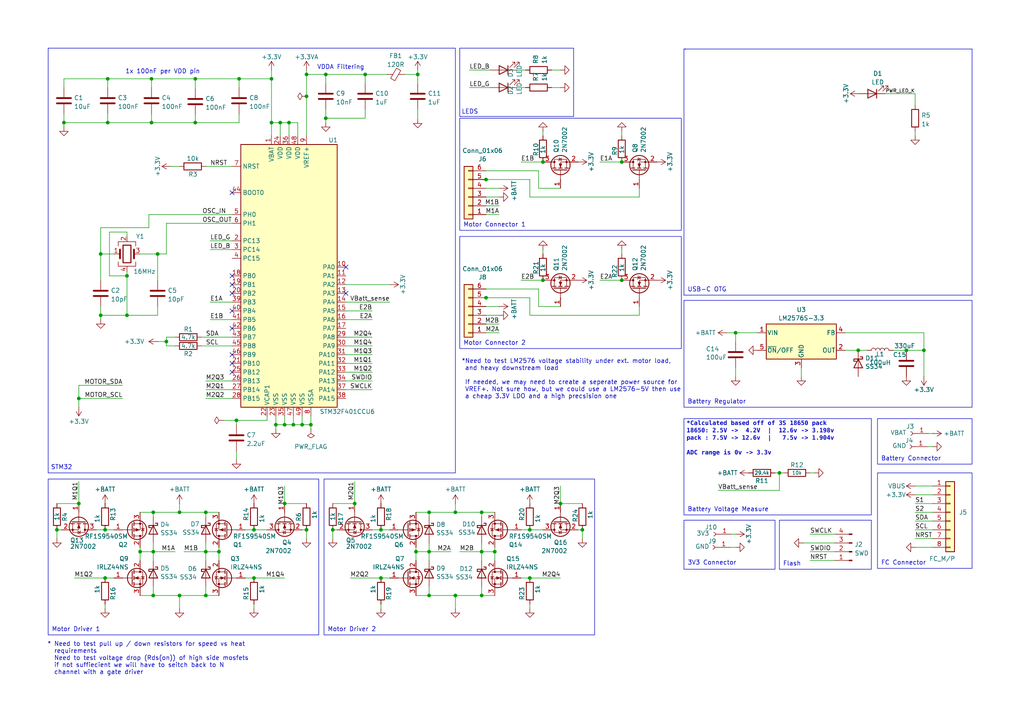
<source format=kicad_sch>
(kicad_sch (version 20231120) (generator "eeschema") (generator_version "8.0")
  (paper "A4")
  (junction (at 162.56 146.05))
  (junction (at 83.82 35.56))
  (junction (at 52.07 172.72))
  (junction (at 43.942 22.86))
  (junction (at 102.87 146.05))
  (junction (at 73.66 153.67))
  (junction (at 94.488 21.59))
  (junction (at 18.542 35.56))
  (junction (at 87.63 123.19))
  (junction (at 56.642 22.86))
  (junction (at 45.72 73.66))
  (junction (at 105.918 21.59))
  (junction (at 30.48 153.67))
  (junction (at 36.83 91.44))
  (junction (at 168.91 153.67))
  (junction (at 180.34 46.99))
  (junction (at 22.86 115.57))
  (junction (at 44.45 148.59))
  (junction (at 213.36 96.52))
  (junction (at 78.74 22.86))
  (junction (at 85.09 123.19))
  (junction (at 80.01 123.19))
  (junction (at 59.69 160.02))
  (junction (at 140.97 52.07))
  (junction (at 132.08 172.72))
  (junction (at 140.97 86.36))
  (junction (at 267.97 101.6))
  (junction (at 31.242 22.86))
  (junction (at 40.64 160.02))
  (junction (at 88.9 153.67))
  (junction (at 30.48 167.64))
  (junction (at 82.55 123.19))
  (junction (at 44.45 160.02))
  (junction (at 248.92 101.6))
  (junction (at 56.642 35.56))
  (junction (at 44.45 172.72))
  (junction (at 16.51 153.67))
  (junction (at 68.58 121.92))
  (junction (at 120.65 160.02))
  (junction (at 226.06 137.16))
  (junction (at 43.942 35.56))
  (junction (at 139.7 160.02))
  (junction (at 139.7 172.72))
  (junction (at 110.49 167.64))
  (junction (at 132.08 148.59))
  (junction (at 88.9 21.59))
  (junction (at 139.7 148.59))
  (junction (at 143.51 160.02))
  (junction (at 157.48 81.28))
  (junction (at 29.21 91.44))
  (junction (at 180.34 81.28))
  (junction (at 36.83 80.01))
  (junction (at 48.26 99.06))
  (junction (at 124.46 160.02))
  (junction (at 157.48 46.99))
  (junction (at 90.17 123.19))
  (junction (at 63.5 160.02))
  (junction (at 121.158 21.59))
  (junction (at 82.55 146.05))
  (junction (at 94.488 34.29))
  (junction (at 124.46 172.72))
  (junction (at 29.21 73.66))
  (junction (at 73.66 167.64))
  (junction (at 124.46 148.59))
  (junction (at 31.242 35.56))
  (junction (at 78.74 35.56))
  (junction (at 59.69 148.59))
  (junction (at 88.9 27.94))
  (junction (at 153.67 167.64))
  (junction (at 22.86 146.05))
  (junction (at 69.342 22.86))
  (junction (at 52.07 148.59))
  (junction (at 262.89 101.6))
  (junction (at 110.49 153.67))
  (junction (at 59.69 172.72))
  (junction (at 81.28 35.56))
  (junction (at 96.52 153.67))
  (junction (at 153.67 153.67))
  (no_connect (at 67.31 105.41))
  (no_connect (at 67.31 102.87))
  (no_connect (at 67.31 80.01))
  (no_connect (at 67.31 107.95))
  (no_connect (at 67.31 85.09))
  (no_connect (at 67.31 90.17))
  (no_connect (at 100.33 77.47))
  (no_connect (at 67.31 82.55))
  (no_connect (at 67.31 55.88))
  (no_connect (at 100.33 85.09))
  (no_connect (at 67.31 95.25))
  (polyline (pts (xy 133.604 33.782) (xy 166.37 33.782)))
  (wire (pts (xy 132.08 172.72) (xy 132.08 176.53)))
  (wire (pts (xy 52.07 172.72) (xy 52.07 176.53)))
  (wire (pts (xy 48.26 64.77) (xy 48.26 73.66)))
  (wire (pts (xy 157.48 153.67) (xy 153.67 153.67)))
  (wire (pts (xy 144.78 57.15) (xy 140.97 57.15)))
  (wire (pts (xy 143.51 160.02) (xy 143.51 162.56)))
  (wire (pts (xy 156.21 88.9) (xy 162.56 88.9)))
  (wire (pts (xy 69.342 22.86) (xy 78.74 22.86)))
  (wire (pts (xy 245.11 96.52) (xy 267.97 96.52)))
  (wire (pts (xy 265.43 27.178) (xy 265.43 30.48)))
  (wire (pts (xy 265.43 151.13) (xy 270.51 151.13)))
  (polyline (pts (xy 252.73 165.1) (xy 226.06 165.1)))
  (wire (pts (xy 151.13 81.28) (xy 157.48 81.28)))
  (wire (pts (xy 59.69 148.59) (xy 63.5 148.59)))
  (wire (pts (xy 267.97 96.52) (xy 267.97 101.6)))
  (wire (pts (xy 101.6 167.64) (xy 110.49 167.64)))
  (wire (pts (xy 59.69 113.03) (xy 67.31 113.03)))
  (wire (pts (xy 269.24 125.73) (xy 270.51 125.73)))
  (wire (pts (xy 268.986 129.54) (xy 270.51 129.54)))
  (wire (pts (xy 31.242 22.86) (xy 31.242 25.4)))
  (wire (pts (xy 265.43 140.97) (xy 270.51 140.97)))
  (wire (pts (xy 157.48 72.39) (xy 157.48 73.66)))
  (wire (pts (xy 267.97 101.6) (xy 267.97 109.22)))
  (wire (pts (xy 43.18 62.23) (xy 67.31 62.23)))
  (polyline (pts (xy 166.37 13.97) (xy 133.35 13.97)))
  (wire (pts (xy 113.03 87.63) (xy 100.33 87.63)))
  (wire (pts (xy 60.96 92.71) (xy 67.31 92.71)))
  (wire (pts (xy 121.158 21.59) (xy 121.158 24.13)))
  (wire (pts (xy 36.83 80.01) (xy 36.83 91.44)))
  (wire (pts (xy 78.74 22.86) (xy 78.74 35.56)))
  (wire (pts (xy 140.97 93.98) (xy 144.78 93.98)))
  (wire (pts (xy 29.21 88.9) (xy 29.21 91.44)))
  (wire (pts (xy 31.242 35.56) (xy 18.542 35.56)))
  (wire (pts (xy 44.45 172.72) (xy 52.07 172.72)))
  (wire (pts (xy 73.66 167.64) (xy 71.12 167.64)))
  (wire (pts (xy 18.542 35.56) (xy 18.542 36.83)))
  (wire (pts (xy 248.92 101.6) (xy 251.46 101.6)))
  (wire (pts (xy 40.64 160.02) (xy 40.64 162.56)))
  (wire (pts (xy 82.55 167.64) (xy 73.66 167.64)))
  (wire (pts (xy 144.78 54.61) (xy 140.97 54.61)))
  (wire (pts (xy 44.45 148.59) (xy 44.45 149.86)))
  (wire (pts (xy 185.42 91.44) (xy 185.42 88.9)))
  (wire (pts (xy 120.65 172.72) (xy 124.46 172.72)))
  (wire (pts (xy 139.7 52.07) (xy 140.97 52.07)))
  (wire (pts (xy 44.45 160.02) (xy 44.45 162.56)))
  (wire (pts (xy 236.22 137.16) (xy 234.95 137.16)))
  (wire (pts (xy 40.64 160.02) (xy 44.45 160.02)))
  (wire (pts (xy 120.65 160.02) (xy 120.65 162.56)))
  (wire (pts (xy 140.97 59.69) (xy 144.78 59.69)))
  (wire (pts (xy 48.26 100.33) (xy 50.8 100.33)))
  (polyline (pts (xy 133.35 33.782) (xy 133.604 33.782)))
  (wire (pts (xy 63.5 160.02) (xy 59.69 160.02)))
  (wire (pts (xy 59.69 110.49) (xy 67.31 110.49)))
  (wire (pts (xy 117.348 21.59) (xy 121.158 21.59)))
  (wire (pts (xy 157.48 38.1) (xy 157.48 39.37)))
  (wire (pts (xy 48.26 99.06) (xy 45.72 99.06)))
  (wire (pts (xy 132.08 172.72) (xy 139.7 172.72)))
  (wire (pts (xy 69.342 33.02) (xy 69.342 35.56)))
  (wire (pts (xy 36.83 67.31) (xy 31.75 67.31)))
  (wire (pts (xy 94.488 21.59) (xy 94.488 24.13)))
  (wire (pts (xy 143.51 158.75) (xy 143.51 160.02)))
  (wire (pts (xy 48.26 64.77) (xy 67.31 64.77)))
  (wire (pts (xy 22.86 115.57) (xy 22.86 118.11)))
  (wire (pts (xy 73.66 153.67) (xy 71.12 153.67)))
  (wire (pts (xy 31.242 33.02) (xy 31.242 35.56)))
  (wire (pts (xy 56.642 33.274) (xy 56.642 35.56)))
  (wire (pts (xy 265.43 156.21) (xy 270.51 156.21)))
  (wire (pts (xy 43.942 22.86) (xy 56.642 22.86)))
  (wire (pts (xy 173.99 81.28) (xy 180.34 81.28)))
  (wire (pts (xy 153.67 86.36) (xy 153.67 91.44)))
  (wire (pts (xy 80.01 123.19) (xy 80.01 124.46)))
  (wire (pts (xy 140.97 83.82) (xy 156.21 83.82)))
  (wire (pts (xy 110.49 176.53) (xy 110.49 175.26)))
  (wire (pts (xy 78.74 35.56) (xy 78.74 39.37)))
  (wire (pts (xy 36.83 68.58) (xy 36.83 67.31)))
  (wire (pts (xy 143.51 160.02) (xy 139.7 160.02)))
  (wire (pts (xy 43.18 62.23) (xy 43.18 66.04)))
  (wire (pts (xy 87.63 120.65) (xy 87.63 123.19)))
  (wire (pts (xy 48.26 97.79) (xy 50.8 97.79)))
  (wire (pts (xy 88.9 153.67) (xy 87.63 153.67)))
  (wire (pts (xy 226.06 137.16) (xy 227.33 137.16)))
  (polyline (pts (xy 133.35 13.97) (xy 133.35 33.782)))
  (wire (pts (xy 156.21 49.53) (xy 156.21 54.61)))
  (wire (pts (xy 81.28 35.56) (xy 78.74 35.56)))
  (wire (pts (xy 242.062 160.02) (xy 234.95 160.02)))
  (wire (pts (xy 100.33 100.33) (xy 107.95 100.33)))
  (wire (pts (xy 136.144 20.32) (xy 142.24 20.32)))
  (wire (pts (xy 105.918 24.13) (xy 105.918 21.59)))
  (wire (pts (xy 265.43 143.51) (xy 270.51 143.51)))
  (wire (pts (xy 85.09 123.19) (xy 82.55 123.19)))
  (wire (pts (xy 90.17 123.19) (xy 90.17 124.46)))
  (wire (pts (xy 45.72 91.44) (xy 36.83 91.44)))
  (wire (pts (xy 29.21 91.44) (xy 29.21 92.71)))
  (wire (pts (xy 87.63 123.19) (xy 85.09 123.19)))
  (wire (pts (xy 265.43 39.37) (xy 265.43 38.1)))
  (wire (pts (xy 242.062 154.94) (xy 234.95 154.94)))
  (wire (pts (xy 59.69 170.18) (xy 59.69 172.72)))
  (wire (pts (xy 63.5 158.75) (xy 63.5 160.02)))
  (wire (pts (xy 81.28 35.56) (xy 81.28 39.37)))
  (wire (pts (xy 105.918 31.75) (xy 105.918 34.29)))
  (wire (pts (xy 36.83 91.44) (xy 29.21 91.44)))
  (wire (pts (xy 124.46 148.59) (xy 124.46 149.86)))
  (wire (pts (xy 21.59 167.64) (xy 30.48 167.64)))
  (wire (pts (xy 22.86 115.57) (xy 35.56 115.57)))
  (wire (pts (xy 100.33 97.79) (xy 107.95 97.79)))
  (wire (pts (xy 185.42 57.15) (xy 185.42 54.61)))
  (wire (pts (xy 85.09 120.65) (xy 85.09 123.19)))
  (wire (pts (xy 29.21 73.66) (xy 33.02 73.66)))
  (wire (pts (xy 43.18 66.04) (xy 29.21 66.04)))
  (wire (pts (xy 59.69 115.57) (xy 67.31 115.57)))
  (wire (pts (xy 140.97 96.52) (xy 144.78 96.52)))
  (wire (pts (xy 139.7 148.59) (xy 143.51 148.59)))
  (polyline (pts (xy 166.37 33.782) (xy 166.37 13.97)))
  (wire (pts (xy 30.48 153.67) (xy 33.02 153.67)))
  (wire (pts (xy 149.86 20.32) (xy 152.4 20.32)))
  (wire (pts (xy 120.65 158.75) (xy 120.65 160.02)))
  (wire (pts (xy 40.64 172.72) (xy 44.45 172.72)))
  (wire (pts (xy 31.75 80.01) (xy 36.83 80.01)))
  (wire (pts (xy 100.33 110.49) (xy 107.95 110.49)))
  (wire (pts (xy 18.542 25.4) (xy 18.542 22.86)))
  (wire (pts (xy 153.67 52.07) (xy 153.67 57.15)))
  (wire (pts (xy 140.97 86.36) (xy 153.67 86.36)))
  (wire (pts (xy 86.36 35.56) (xy 83.82 35.56)))
  (wire (pts (xy 124.46 172.72) (xy 132.08 172.72)))
  (wire (pts (xy 59.69 157.48) (xy 59.69 160.02)))
  (wire (pts (xy 232.41 109.22) (xy 232.41 106.68)))
  (wire (pts (xy 88.9 21.59) (xy 88.9 27.94)))
  (wire (pts (xy 29.21 66.04) (xy 29.21 73.66)))
  (wire (pts (xy 213.36 96.52) (xy 219.71 96.52)))
  (wire (pts (xy 245.11 101.6) (xy 248.92 101.6)))
  (wire (pts (xy 59.69 48.26) (xy 67.31 48.26)))
  (wire (pts (xy 88.9 156.21) (xy 88.9 153.67)))
  (wire (pts (xy 96.52 146.05) (xy 102.87 146.05)))
  (wire (pts (xy 68.58 130.81) (xy 68.58 133.35)))
  (wire (pts (xy 52.07 148.59) (xy 59.69 148.59)))
  (wire (pts (xy 136.144 25.4) (xy 142.24 25.4)))
  (wire (pts (xy 60.96 87.63) (xy 67.31 87.63)))
  (wire (pts (xy 29.21 73.66) (xy 29.21 81.28)))
  (wire (pts (xy 52.07 172.72) (xy 59.69 172.72)))
  (wire (pts (xy 16.51 146.05) (xy 22.86 146.05)))
  (wire (pts (xy 40.64 73.66) (xy 45.72 73.66)))
  (wire (pts (xy 43.942 22.86) (xy 43.942 25.4)))
  (wire (pts (xy 139.7 160.02) (xy 139.7 162.56)))
  (wire (pts (xy 59.69 148.59) (xy 59.69 149.86)))
  (wire (pts (xy 153.67 176.53) (xy 153.67 175.26)))
  (wire (pts (xy 151.13 46.99) (xy 157.48 46.99)))
  (wire (pts (xy 180.34 38.1) (xy 180.34 39.37)))
  (wire (pts (xy 213.36 109.22) (xy 213.36 106.68)))
  (wire (pts (xy 60.96 72.39) (xy 67.31 72.39)))
  (wire (pts (xy 213.36 96.52) (xy 213.36 99.06)))
  (wire (pts (xy 124.46 160.02) (xy 130.81 160.02)))
  (wire (pts (xy 88.9 20.32) (xy 88.9 21.59)))
  (wire (pts (xy 44.45 160.02) (xy 50.8 160.02)))
  (wire (pts (xy 121.158 20.32) (xy 121.158 21.59)))
  (wire (pts (xy 144.78 88.9) (xy 140.97 88.9)))
  (wire (pts (xy 124.46 170.18) (xy 124.46 172.72)))
  (wire (pts (xy 52.07 146.05) (xy 52.07 148.59)))
  (wire (pts (xy 96.52 156.21) (xy 96.52 153.67)))
  (wire (pts (xy 160.02 20.32) (xy 162.56 20.32)))
  (wire (pts (xy 132.08 148.59) (xy 139.7 148.59)))
  (wire (pts (xy 30.48 167.64) (xy 33.02 167.64)))
  (wire (pts (xy 83.82 35.56) (xy 81.28 35.56)))
  (wire (pts (xy 68.58 123.19) (xy 68.58 121.92)))
  (wire (pts (xy 77.47 153.67) (xy 73.66 153.67)))
  (wire (pts (xy 259.08 101.6) (xy 262.89 101.6)))
  (wire (pts (xy 153.67 57.15) (xy 185.42 57.15)))
  (wire (pts (xy 94.488 34.29) (xy 94.488 35.56)))
  (wire (pts (xy 90.17 120.65) (xy 90.17 123.19)))
  (wire (pts (xy 86.36 39.37) (xy 86.36 35.56)))
  (wire (pts (xy 18.542 22.86) (xy 31.242 22.86)))
  (wire (pts (xy 96.52 153.67) (xy 97.79 153.67)))
  (wire (pts (xy 100.33 107.95) (xy 107.95 107.95)))
  (wire (pts (xy 210.82 96.52) (xy 213.36 96.52)))
  (wire (pts (xy 168.91 156.21) (xy 168.91 153.67)))
  (wire (pts (xy 43.942 33.02) (xy 43.942 35.56)))
  (wire (pts (xy 100.33 90.17) (xy 107.95 90.17)))
  (wire (pts (xy 168.91 153.67) (xy 167.64 153.67)))
  (wire (pts (xy 124.46 157.48) (xy 124.46 160.02)))
  (wire (pts (xy 22.86 111.76) (xy 22.86 115.57)))
  (wire (pts (xy 69.342 25.4) (xy 69.342 22.86)))
  (wire (pts (xy 88.9 146.05) (xy 82.55 146.05)))
  (wire (pts (xy 234.95 162.56) (xy 242.062 162.56)))
  (wire (pts (xy 69.342 35.56) (xy 56.642 35.56)))
  (wire (pts (xy 153.67 153.67) (xy 151.13 153.67)))
  (wire (pts (xy 16.51 156.21) (xy 16.51 153.67)))
  (wire (pts (xy 73.66 176.53) (xy 73.66 175.26)))
  (wire (pts (xy 265.43 146.05) (xy 270.51 146.05)))
  (wire (pts (xy 173.99 46.99) (xy 180.34 46.99)))
  (wire (pts (xy 31.75 67.31) (xy 31.75 80.01)))
  (wire (pts (xy 212.09 154.94) (xy 213.36 154.94)))
  (wire (pts (xy 82.55 123.19) (xy 80.01 123.19)))
  (wire (pts (xy 140.97 52.07) (xy 153.67 52.07)))
  (wire (pts (xy 59.69 172.72) (xy 63.5 172.72)))
  (wire (pts (xy 59.69 160.02) (xy 59.69 162.56)))
  (wire (pts (xy 100.33 102.87) (xy 107.95 102.87)))
  (wire (pts (xy 156.21 54.61) (xy 162.56 54.61)))
  (wire (pts (xy 100.33 105.41) (xy 107.95 105.41)))
  (wire (pts (xy 78.74 20.32) (xy 78.74 22.86)))
  (polyline (pts (xy 281.94 14.224) (xy 281.94 85.598)))
  (wire (pts (xy 44.45 157.48) (xy 44.45 160.02)))
  (polyline (pts (xy 198.628 14.224) (xy 281.94 14.224)))
  (wire (pts (xy 31.242 22.86) (xy 43.942 22.86)))
  (wire (pts (xy 94.488 31.75) (xy 94.488 34.29)))
  (wire (pts (xy 168.91 146.05) (xy 162.56 146.05)))
  (wire (pts (xy 153.67 167.64) (xy 151.13 167.64)))
  (wire (pts (xy 49.53 48.26) (xy 52.07 48.26)))
  (wire (pts (xy 224.79 137.16) (xy 226.06 137.16)))
  (wire (pts (xy 139.7 172.72) (xy 143.51 172.72)))
  (wire (pts (xy 48.26 73.66) (xy 45.72 73.66)))
  (wire (pts (xy 160.02 25.4) (xy 162.56 25.4)))
  (wire (pts (xy 265.43 158.75) (xy 270.51 158.75)))
  (wire (pts (xy 56.642 22.86) (xy 56.642 25.654)))
  (wire (pts (xy 110.49 153.67) (xy 113.03 153.67)))
  (wire (pts (xy 139.7 170.18) (xy 139.7 172.72)))
  (wire (pts (xy 83.82 35.56) (xy 83.82 39.37)))
  (wire (pts (xy 265.43 148.59) (xy 270.51 148.59)))
  (wire (pts (xy 139.7 148.59) (xy 139.7 149.86)))
  (wire (pts (xy 58.42 100.33) (xy 67.31 100.33)))
  (wire (pts (xy 64.77 121.92) (xy 68.58 121.92)))
  (wire (pts (xy 226.06 137.16) (xy 226.06 142.24)))
  (wire (pts (xy 156.21 83.82) (xy 156.21 88.9)))
  (wire (pts (xy 40.64 158.75) (xy 40.64 160.02)))
  (wire (pts (xy 56.642 22.86) (xy 69.342 22.86)))
  (wire (pts (xy 132.08 146.05) (xy 132.08 148.59)))
  (wire (pts (xy 44.45 148.59) (xy 52.07 148.59)))
  (wire (pts (xy 59.69 160.02) (xy 53.34 160.02)))
  (wire (pts (xy 45.72 73.66) (xy 45.72 81.28)))
  (wire (pts (xy 211.836 158.75) (xy 213.36 158.75)))
  (wire (pts (xy 140.97 62.23) (xy 144.78 62.23)))
  (wire (pts (xy 262.89 101.6) (xy 267.97 101.6)))
  (wire (pts (xy 100.33 113.03) (xy 107.95 113.03)))
  (wire (pts (xy 63.5 160.02) (xy 63.5 162.56)))
  (wire (pts (xy 58.42 97.79) (xy 67.31 97.79)))
  (wire (pts (xy 40.64 148.59) (xy 44.45 148.59)))
  (wire (pts (xy 102.87 139.7) (xy 102.87 146.05)))
  (wire (pts (xy 22.86 139.7) (xy 22.86 146.05)))
  (wire (pts (xy 139.7 86.36) (xy 140.97 86.36)))
  (wire (pts (xy 110.49 167.64) (xy 113.03 167.64)))
  (wire (pts (xy 48.26 99.06) (xy 48.26 100.33)))
  (polyline (pts (xy 226.06 150.876) (xy 252.73 150.876)))
  (wire (pts (xy 100.33 82.55) (xy 113.03 82.55)))
  (wire (pts (xy 100.33 92.71) (xy 107.95 92.71)))
  (wire (pts (xy 35.56 111.76) (xy 22.86 111.76)))
  (polyline (pts (xy 226.06 150.876) (xy 226.06 165.1)))
  (wire (pts (xy 18.542 33.02) (xy 18.542 35.56)))
  (wire (pts (xy 82.55 120.65) (xy 82.55 123.19)))
  (wire (pts (xy 139.7 160.02) (xy 133.35 160.02)))
  (wire (pts (xy 105.918 21.59) (xy 94.488 21.59)))
  (wire (pts (xy 94.488 34.29) (xy 105.918 34.29)))
  (wire (pts (xy 149.86 25.4) (xy 152.4 25.4)))
  (wire (pts (xy 256.794 27.178) (xy 265.43 27.178)))
  (polyline (pts (xy 198.374 85.598) (xy 198.374 14.224)))
  (wire (pts (xy 60.96 69.85) (xy 67.31 69.85)))
  (wire (pts (xy 120.65 148.59) (xy 124.46 148.59)))
  (wire (pts (xy 139.7 157.48) (xy 139.7 160.02)))
  (wire (pts (xy 90.17 123.19) (xy 87.63 123.19)))
  (wire (pts (xy 153.67 91.44) (xy 185.42 91.44)))
  (wire (pts (xy 121.158 31.75) (xy 121.158 34.544)))
  (wire (pts (xy 124.46 148.59) (xy 132.08 148.59)))
  (polyline (pts (xy 198.374 14.224) (xy 198.882 14.224)))
  (wire (pts (xy 94.488 21.59) (xy 88.9 21.59)))
  (wire (pts (xy 80.01 120.65) (xy 80.01 123.19)))
  (wire (pts (xy 45.72 88.9) (xy 45.72 91.44)))
  (wire (pts (xy 162.56 140.97) (xy 162.56 146.05)))
  (wire (pts (xy 44.45 170.18) (xy 44.45 172.72)))
  (wire (pts (xy 68.58 121.92) (xy 77.47 121.92)))
  (wire (pts (xy 208.28 142.24) (xy 226.06 142.24)))
  (wire (pts (xy 105.918 21.59) (xy 112.268 21.59)))
  (wire (pts (xy 124.46 160.02) (xy 124.46 162.56)))
  (wire (pts (xy 140.97 49.53) (xy 156.21 49.53)))
  (wire (pts (xy 232.918 157.48) (xy 242.062 157.48)))
  (wire (pts (xy 144.78 91.44) (xy 140.97 91.44)))
  (wire (pts (xy 36.83 80.01) (xy 36.83 78.74)))
  (polyline (pts (xy 252.73 150.876) (xy 252.73 165.1)))
  (wire (pts (xy 48.26 97.79) (xy 48.26 99.06)))
  (wire (pts (xy 82.55 140.97) (xy 82.55 146.05)))
  (wire (pts (xy 77.47 121.92) (xy 77.47 120.65)))
  (wire (pts (xy 30.48 176.53) (xy 30.48 175.26)))
  (wire (pts (xy 162.56 167.64) (xy 153.67 167.64)))
  (wire (pts (xy 56.642 35.56) (xy 43.942 35.56)))
  (wire (pts (xy 88.9 27.94) (xy 88.9 39.37)))
  (wire (pts (xy 180.34 72.39) (xy 180.34 73.66)))
  (wire (pts (xy 27.94 153.67) (xy 30.48 153.67)))
  (wire (pts (xy 120.65 160.02) (xy 124.46 160.02)))
  (wire (pts (xy 107.95 153.67) (xy 110.49 153.67)))
  (polyline (pts (xy 281.94 85.598) (xy 198.374 85.598)))
  (wire (pts (xy 43.942 35.56) (xy 31.242 35.56)))
  (wire (pts (xy 16.51 153.67) (xy 17.78 153.67)))
  (wire (pts (xy 265.43 153.67) (xy 270.51 153.67)))
  (rectangle (start 133.35 68.58) (end 197.612 101.092))
  (rectangle (start 254.508 121.412) (end 281.94 134.62))
  (rectangle (start 198.374 87.122) (end 281.94 118.11))
  (rectangle (start 198.374 150.876) (end 224.79 165.1))
  (rectangle (start 13.97 138.938) (end 92.456 184.15))
  (rectangle (start 198.374 121.412) (end 252.73 149.352))
  (rectangle (start 93.98 138.938) (end 172.466 184.15))
  (rectangle (start 254.508 137.16) (end 281.94 164.846))
  (rectangle (start 133.35 34.29) (end 197.612 66.802))
  (rectangle (start 13.97 13.97) (end 132.08 137.16))
  (text "Battery Regulator" (at 199.39 117.348 0) (effects (font (size 1.27 1.27)) (justify left bottom)))
  (text "Motor Driver 1" (at 14.986 183.388 0) (effects (font (size 1.27 1.27)) (justify left bottom)))
  (text "Motor Connector 1" (at 134.366 66.04 0) (effects (font (size 1.27 1.27)) (justify left bottom)))
  (text "* Need to test pull up / down resistors for speed vs heat\n  requirements\n  Need to test voltage drop (Rds(on)) of high side mosfets\n  if not suffiecient we will have to seitch back to N\n  channel with a gate driver" (at 13.716 195.834 0) (effects (font (size 1.27 1.27)) (justify left bottom)))
  (text "*Calculated based off of 3S 18650 pack\n18650: 2.5V ->  4.2V  |  12.6v -> 3.198v\npack : 7.5V -> 12.6v  |   7.5v -> 1.904v\n\nADC range is 0v -> 3.3v" (at 199.136 132.588 0) (effects (font (size 1.27 1.27) (thickness 0.254) (bold yes)) (justify left bottom)))
  (text "Motor Connector 2" (at 134.366 100.33 0) (effects (font (size 1.27 1.27)) (justify left bottom)))
  (text "Motor Driver 2" (at 94.996 183.388 0) (effects (font (size 1.27 1.27)) (justify left bottom)))
  (text "*Need to test LM2576 voltage stability under ext. motor load,\n and heavy downstream load\n \n If needed, we may need to create a seperate power source for\n VREF+. Not sure how, but we could use a LM2576-5V then use\n a cheap 3.3V LDO and a high precsision one" (at 133.858 115.824 0) (effects (font (size 1.27 1.27)) (justify left bottom)))
  (text "Battery Connector" (at 255.524 133.858 0) (effects (font (size 1.27 1.27)) (justify left bottom)))
  (text "Battery Voltage Measure" (at 199.39 148.59 0) (effects (font (size 1.27 1.27)) (justify left bottom)))
  (text "VDDA Filtering" (at 91.948 20.32 0) (effects (font (size 1.27 1.27)) (justify left bottom)))
  (text "Flash" (at 227.076 164.338 0) (effects (font (size 1.27 1.27)) (justify left bottom)))
  (text "1x 100nF per VDD pin" (at 36.322 21.59 0) (effects (font (size 1.27 1.27)) (justify left bottom)))
  (text "FC Connector" (at 255.524 164.084 0) (effects (font (size 1.27 1.27)) (justify left bottom)))
  (text "3V3 Connector" (at 199.39 164.084 0) (effects (font (size 1.27 1.27)) (justify left bottom)))
  (text "LEDS" (at 133.858 33.274 0) (effects (font (size 1.27 1.27)) (justify left bottom)))
  (text "USB-C OTG" (at 199.39 84.836 0) (effects (font (size 1.27 1.27)) (justify left bottom)))
  (text "STM32" (at 14.732 136.398 0) (effects (font (size 1.27 1.27)) (justify left bottom)))
  (label "M2Q3" (at 162.56 140.97 270))
  (label "M1Q4" (at 82.55 167.64 180))
  (label "VBatt_sense" (at 208.28 142.24 0))
  (label "M2Q2" (at 101.6 167.64 0))
  (label "SWDIO" (at 234.95 160.02 0))
  (label "M1Q4" (at 107.95 100.33 180))
  (label "M2Q1" (at 102.87 139.7 270))
  (label "M2A" (at 144.78 96.52 180))
  (label "M1B" (at 53.34 160.02 0))
  (label "SWDIO" (at 107.95 110.49 180))
  (label "E2B" (at 107.95 90.17 180))
  (label "M2Q4" (at 107.95 97.79 180))
  (label "M1Q3" (at 82.55 140.97 270))
  (label "LED_G" (at 136.144 25.4 0))
  (label "LED_B" (at 60.96 72.39 0))
  (label "E2B" (at 151.13 81.28 0))
  (label "OSC_OUT" (at 58.674 64.77 0))
  (label "S2" (at 265.43 148.59 0))
  (label "M1A" (at 144.78 62.23 180))
  (label "M2Q3" (at 59.69 110.49 0))
  (label "PWR_LED_K" (at 256.794 27.178 0) (effects (font (size 1 1))))
  (label "VBatt_sense" (at 113.03 87.63 180))
  (label "NRST" (at 234.95 162.56 0))
  (label "M2Q1" (at 59.69 113.03 0))
  (label "S1" (at 265.43 146.05 0))
  (label "MOTOR_SDA" (at 35.56 111.76 180))
  (label "SWCLK" (at 107.95 113.03 180))
  (label "M2Q4" (at 162.56 167.64 180))
  (label "M2B" (at 133.35 160.02 0))
  (label "E1B" (at 151.13 46.99 0))
  (label "M1A" (at 50.8 160.02 180))
  (label "M2A" (at 130.81 160.02 180))
  (label "M1Q2" (at 107.95 107.95 180))
  (label "M1Q1" (at 22.86 139.7 270))
  (label "E2A" (at 173.99 81.28 0))
  (label "E1B" (at 60.96 92.71 0))
  (label "LED_B" (at 136.144 20.32 0))
  (label "SCL" (at 59.69 100.33 0))
  (label "M2Q2" (at 59.69 115.57 0))
  (label "M1B" (at 144.78 59.69 180))
  (label "M1Q3" (at 107.95 102.87 180))
  (label "SCL" (at 265.43 153.67 0))
  (label "NRST" (at 265.43 156.21 0))
  (label "OSC_IN" (at 58.674 62.23 0))
  (label "M1Q1" (at 107.95 105.41 180))
  (label "E1A" (at 60.96 87.63 0))
  (label "LED_G" (at 60.96 69.85 0))
  (label "M2B" (at 144.78 93.98 180))
  (label "E1A" (at 173.99 46.99 0))
  (label "SDA" (at 59.69 97.79 0))
  (label "M1Q2" (at 21.59 167.64 0))
  (label "SDA" (at 265.43 151.13 0))
  (label "MOTOR_SCL" (at 35.56 115.57 180))
  (label "E2A" (at 107.95 92.71 180))
  (label "SWCLK" (at 234.95 154.94 0))
  (label "NRST" (at 60.96 48.26 0))
  (symbol (lib_id "Diode:SS34") (at 124.46 153.67 270) (unit 1)
    (property "Reference" "D8" (at 126.492 152.1403 90) (effects (justify left)))
    (property "Value" "SS34" (at 126.492 154.5646 90) (effects (justify left)))
    (property "Footprint" "Diode_SMD:D_SMA" (effects (hide yes)))
    (property "Datasheet" "https://www.vishay.com/docs/88751/ss32.pdf" (effects (hide yes)))
    (property "Description" "40V 3A Schottky Diode, SMA" (effects (hide yes)))
  )
  (symbol (lib_id "Connector_Generic:Conn_01x08") (at 275.59 148.59 0) (unit 1)
    (property "Reference" "J5" (at 278.13 148.5899 0) (effects (justify left)))
    (property "Value" "FC_M/P" (at 269.494 162.052 0) (effects (justify left)))
    (property "Footprint" "Connector_FFC-FPC:Molex_200528-0080_1x08-1MP_P1.00mm_Horizontal" (effects (hide yes)))
    (property "Description" "Generic connector, single row, 01x08, script generated (kicad-library-utils/schlib/autogen/connector/)" (effects (hide yes)))
  )
  (symbol (lib_id "power:GND") (at 88.9 156.21 0) (unit 1)
    (property "Reference" "#PWR016" (effects (hide yes)))
    (property "Value" "GND" (effects (hide yes)))
  )
  (symbol (lib_id "Device:R") (at 265.43 34.29 0) (unit 1)
    (property "Reference" "R5" (at 267.208 33.4553 0) (effects (justify left)))
    (property "Value" "1k" (at 267.208 35.9922 0) (effects (justify left)))
    (property "Footprint" "Resistor_SMD:R_0402_1005Metric" (effects (hide yes)))
    (property "LCSC Part" "C11702" (effects (hide yes)))
  )
  (symbol (lib_id "power:GND") (at 162.56 20.32 90) (unit 1)
    (property "Reference" "#PWR025" (effects (hide yes)))
    (property "Value" "GND" (effects (hide yes)))
  )
  (symbol (lib_id "Device:C") (at 31.242 29.21 0) (unit 1)
    (property "Reference" "C3" (at 34.163 28.3753 0) (effects (justify left)))
    (property "Value" "100nF" (at 34.163 30.9122 0) (effects (justify left)))
    (property "Footprint" "Capacitor_SMD:C_0402_1005Metric" (effects (hide yes)))
    (property "LCSC Part" "C307331" (effects (hide yes)))
  )
  (symbol (lib_id "power:+3.3V") (at 190.5 81.28 270) (mirror x) (unit 1)
    (property "Reference" "#PWR062" (effects (hide yes)))
    (property "Value" "+3.3V" (at 194.31 81.28 0))
  )
  (symbol (lib_id "Device:LED") (at 252.984 27.178 180) (unit 1)
    (property "Reference" "D1" (at 254.5715 21.3192 0))
    (property "Value" "LED" (at 254.5715 23.8561 0))
    (property "Footprint" "LED_SMD:LED_0603_1608Metric" (effects (hide yes)))
    (property "LCSC Part" "C273598" (effects (hide yes)))
  )
  (symbol (lib_id "power:+3.3V") (at 213.36 154.94 270) (mirror x) (unit 1)
    (property "Reference" "#PWR063" (effects (hide yes)))
    (property "Value" "+3.3V" (at 217.17 154.94 0))
  )
  (symbol (lib_id "power:+BATT") (at 52.07 146.05 0) (unit 1)
    (property "Reference" "#PWR040" (effects (hide yes)))
    (property "Value" "+BATT" (at 52.07 141.9169 0))
    (property "Description" "Power symbol creates a global label with name \"+BATT\"" (effects (hide yes)))
  )
  (symbol (lib_id "power:GND") (at 94.488 35.56 0) (unit 1)
    (property "Reference" "#PWR010" (effects (hide yes)))
    (property "Value" "GND" (effects (hide yes)))
  )
  (symbol (lib_id "power:GND") (at 29.21 92.71 0) (unit 1)
    (property "Reference" "#PWR03" (effects (hide yes)))
    (property "Value" "GND" (effects (hide yes)))
  )
  (symbol (lib_id "Device:C") (at 262.89 105.41 0) (mirror x) (unit 1)
    (property "Reference" "C15" (at 262.89 102.87 0) (effects (justify right)))
    (property "Value" "330uF" (at 259.334 100.33 0) (effects (justify left)))
    (property "Footprint" "Capacitor_SMD:C_0402_1005Metric" (effects (hide yes)))
    (property "LCSC Part" "C19702" (effects (hide yes)))
  )
  (symbol (lib_id "Device:R") (at 30.48 149.86 180) (unit 1)
    (property "Reference" "R13" (at 32.766 151.13 90) (effects (justify right)))
    (property "Value" "1k" (at 28.194 151.638 90) (effects (justify right)))
    (property "Footprint" "Resistor_SMD:R_0402_1005Metric" (effects (hide yes)))
    (property "LCSC Part" "C60490" (effects (hide yes)))
  )
  (symbol (lib_id "power:+BATT") (at 217.17 137.16 90) (unit 1)
    (property "Reference" "#PWR037" (effects (hide yes)))
    (property "Value" "+BATT" (at 213.995 137.16 90) (effects (justify left)))
    (property "Description" "Power symbol creates a global label with name \"+BATT\"" (effects (hide yes)))
  )
  (symbol (lib_id "power:GND") (at 96.52 156.21 0) (mirror y) (unit 1)
    (property "Reference" "#PWR017" (effects (hide yes)))
    (property "Value" "GND" (effects (hide yes)))
  )
  (symbol (lib_id "Connector:Conn_01x04_Male") (at 247.142 160.02 180) (unit 1)
    (property "Reference" "J2" (at 247.8532 157.9153 0) (effects (justify right)))
    (property "Value" "SWD" (at 247.8532 160.4522 0) (effects (justify right)))
    (property "Footprint" "Connector_PinHeader_2.54mm:PinHeader_1x04_P2.54mm_Vertical" (effects (hide yes)))
  )
  (symbol (lib_id "power:GND") (at 236.22 137.16 90) (unit 1)
    (property "Reference" "#PWR038" (effects (hide yes)))
    (property "Value" "GND" (effects (hide yes)))
  )
  (symbol (lib_id "power:+BATT") (at 110.49 146.05 0) (unit 1)
    (property "Reference" "#PWR018" (effects (hide yes)))
    (property "Value" "+BATT" (at 110.49 141.9169 0))
    (property "Description" "Power symbol creates a global label with name \"+BATT\"" (effects (hide yes)))
  )
  (symbol (lib_id "Device:R") (at 156.21 20.32 90) (unit 1)
    (property "Reference" "R8" (at 155.3753 18.542 0) (effects (justify left)))
    (property "Value" "1k" (at 157.9122 18.542 0) (effects (justify left)))
    (property "Footprint" "Resistor_SMD:R_0402_1005Metric" (effects (hide yes)))
    (property "LCSC Part" "C11702" (effects (hide yes)))
  )
  (symbol (lib_id "power:+BATT") (at 144.78 54.61 270) (mirror x) (unit 1)
    (property "Reference" "#PWR053" (effects (hide yes)))
    (property "Value" "+BATT" (at 149.098 55.372 0))
    (property "Description" "Power symbol creates a global label with name \"+BATT\"" (effects (hide yes)))
  )
  (symbol (lib_id "power:GND") (at 232.918 157.48 270) (unit 1)
    (property "Reference" "#PWR021" (effects (hide yes)))
    (property "Value" "GND" (effects (hide yes)))
  )
  (symbol (lib_id "Diode:SS34") (at 59.69 166.37 270) (unit 1)
    (property "Reference" "D6" (at 57.15 164.9617 90) (effects (justify right)))
    (property "Value" "SS34" (at 57.15 167.386 90) (effects (justify right)))
    (property "Footprint" "Diode_SMD:D_SMA" (effects (hide yes)))
    (property "Datasheet" "https://www.vishay.com/docs/88751/ss32.pdf" (effects (hide yes)))
    (property "Description" "40V 3A Schottky Diode, SMA" (effects (hide yes)))
  )
  (symbol (lib_id "Transistor_FET:IRLZ44N") (at 146.05 167.64 0) (mirror y) (unit 1)
    (property "Reference" "Q15" (at 146.812 162.052 0) (effects (justify right)))
    (property "Value" "IRLZ44NS" (at 146.812 164.4763 0) (effects (justify right)))
    (property "Footprint" "Package_TO_SOT_SMD:TO-263-2" (effects (hide yes)))
    (property "Datasheet" "http://www.irf.com/product-info/datasheets/data/irlz44n.pdf" (effects (hide yes)))
    (property "Description" "47A Id, 55V Vds, 22mOhm Rds Single N-Channel HEXFET Power MOSFET, TO-220AB" (effects (hide yes)))
  )
  (symbol (lib_id "Diode:SS34") (at 44.45 153.67 270) (unit 1)
    (property "Reference" "D4" (at 46.482 152.1403 90) (effects (justify left)))
    (property "Value" "SS34" (at 46.482 154.5646 90) (effects (justify left)))
    (property "Footprint" "Diode_SMD:D_SMA" (effects (hide yes)))
    (property "Datasheet" "https://www.vishay.com/docs/88751/ss32.pdf" (effects (hide yes)))
    (property "Description" "40V 3A Schottky Diode, SMA" (effects (hide yes)))
  )
  (symbol (lib_id "power:VBUS") (at 265.43 140.97 90) (unit 1)
    (property "Reference" "#PWR026" (effects (hide yes)))
    (property "Value" "VBUS" (at 260.096 140.97 90))
  )
  (symbol (lib_id "Connector:Conn_01x01_Female") (at 207.01 154.94 0) (mirror y) (unit 1)
    (property "Reference" "J10" (at 208.026 152.908 0) (effects (justify left)))
    (property "Value" "3V3" (at 205.74 154.686 0) (effects (justify left)))
    (property "Footprint" "TestPoint:TestPoint_THTPad_4.0x4.0mm_Drill2.0mm" (effects (hide yes)))
  )
  (symbol (lib_id "power:+BATT") (at 153.67 146.05 0) (mirror y) (unit 1)
    (property "Reference" "#PWR046" (effects (hide yes)))
    (property "Value" "+BATT" (at 153.67 141.9169 0))
    (property "Description" "Power symbol creates a global label with name \"+BATT\"" (effects (hide yes)))
  )
  (symbol (lib_id "power:+3.3V") (at 49.53 48.26 90) (unit 1)
    (property "Reference" "#PWR05" (effects (hide yes)))
    (property "Value" "+3.3V" (at 45.72 48.26 0))
  )
  (symbol (lib_id "Device:R") (at 153.67 149.86 0) (mirror x) (unit 1)
    (property "Reference" "R20" (at 151.384 151.13 90) (effects (justify right)))
    (property "Value" "1k" (at 155.956 151.638 90) (effects (justify right)))
    (property "Footprint" "Resistor_SMD:R_0402_1005Metric" (effects (hide yes)))
    (property "LCSC Part" "C60490" (effects (hide yes)))
  )
  (symbol (lib_id "Transistor_FET:2N7002") (at 162.56 83.82 90) (unit 1)
    (property "Reference" "Q11" (at 161.3478 78.613 0) (effects (justify left)))
    (property "Value" "2N7002" (at 163.7721 78.613 0) (effects (justify left)))
    (property "Footprint" "Package_TO_SOT_SMD:SOT-23" (effects (hide yes)))
    (property "Datasheet" "https://www.onsemi.com/pub/Collateral/NDS7002A-D.PDF" (effects (hide yes)))
    (property "Description" "0.115A Id, 60V Vds, N-Channel MOSFET, SOT-23" (effects (hide yes)))
  )
  (symbol (lib_id "Diode:SS34") (at 124.46 166.37 270) (unit 1)
    (property "Reference" "D9" (at 126.492 164.8403 90) (effects (justify left)))
    (property "Value" "SS34" (at 126.492 167.2646 90) (effects (justify left)))
    (property "Footprint" "Diode_SMD:D_SMA" (effects (hide yes)))
    (property "Datasheet" "https://www.vishay.com/docs/88751/ss32.pdf" (effects (hide yes)))
    (property "Description" "40V 3A Schottky Diode, SMA" (effects (hide yes)))
  )
  (symbol (lib_id "power:GND") (at 144.78 91.44 90) (unit 1)
    (property "Reference" "#PWR058" (effects (hide yes)))
    (property "Value" "GND" (effects (hide yes)))
  )
  (symbol (lib_id "power:+3.3V") (at 78.74 20.32 0) (unit 1)
    (property "Reference" "#PWR07" (effects (hide yes)))
    (property "Value" "+3.3V" (at 78.74 16.51 0))
  )
  (symbol (lib_id "Device:C") (at 18.542 29.21 0) (unit 1)
    (property "Reference" "C1" (at 21.463 28.3753 0) (effects (justify left)))
    (property "Value" "10uF" (at 21.463 30.9122 0) (effects (justify left)))
    (property "Footprint" "Capacitor_SMD:C_0402_1005Metric" (effects (hide yes)))
    (property "LCSC Part" "C19702" (effects (hide yes)))
  )
  (symbol (lib_id "Transistor_FET:2N7002") (at 162.56 49.53 90) (unit 1)
    (property "Reference" "Q10" (at 161.3478 44.323 0) (effects (justify left)))
    (property "Value" "2N7002" (at 163.7721 44.323 0) (effects (justify left)))
    (property "Footprint" "Package_TO_SOT_SMD:SOT-23" (effects (hide yes)))
    (property "Datasheet" "https://www.onsemi.com/pub/Collateral/NDS7002A-D.PDF" (effects (hide yes)))
    (property "Description" "0.115A Id, 60V Vds, N-Channel MOSFET, SOT-23" (effects (hide yes)))
  )
  (symbol (lib_id "power:GND") (at 144.78 57.15 90) (unit 1)
    (property "Reference" "#PWR052" (effects (hide yes)))
    (property "Value" "GND" (effects (hide yes)))
  )
  (symbol (lib_id "Device:C") (at 56.642 29.464 0) (unit 1)
    (property "Reference" "C6" (at 59.563 28.6293 0) (effects (justify left)))
    (property "Value" "100nF" (at 59.563 31.1662 0) (effects (justify left)))
    (property "Footprint" "Capacitor_SMD:C_0402_1005Metric" (effects (hide yes)))
    (property "LCSC Part" "C307331" (effects (hide yes)))
  )
  (symbol (lib_id "Transistor_FET:2N7002") (at 185.42 49.53 90) (unit 1)
    (property "Reference" "Q8" (at 184.2078 44.323 0) (effects (justify left)))
    (property "Value" "2N7002" (at 186.6321 44.323 0) (effects (justify left)))
    (property "Footprint" "Package_TO_SOT_SMD:SOT-23" (effects (hide yes)))
    (property "Datasheet" "https://www.onsemi.com/pub/Collateral/NDS7002A-D.PDF" (effects (hide yes)))
    (property "Description" "0.115A Id, 60V Vds, N-Channel MOSFET, SOT-23" (effects (hide yes)))
  )
  (symbol (lib_id "power:GND") (at 30.48 176.53 0) (mirror y) (unit 1)
    (property "Reference" "#PWR045" (effects (hide yes)))
    (property "Value" "GND" (effects (hide yes)))
  )
  (symbol (lib_id "Diode:SS34") (at 139.7 153.67 270) (unit 1)
    (property "Reference" "D10" (at 137.922 152.0077 90) (effects (justify right)))
    (property "Value" "SS34" (at 137.922 154.432 90) (effects (justify right)))
    (property "Footprint" "Diode_SMD:D_SMA" (effects (hide yes)))
    (property "Datasheet" "https://www.vishay.com/docs/88751/ss32.pdf" (effects (hide yes)))
    (property "Description" "40V 3A Schottky Diode, SMA" (effects (hide yes)))
  )
  (symbol (lib_id "power:GND") (at 162.56 25.4 90) (unit 1)
    (property "Reference" "#PWR024" (effects (hide yes)))
    (property "Value" "GND" (effects (hide yes)))
  )
  (symbol (lib_id "power:GND") (at 157.48 72.39 180) (unit 1)
    (property "Reference" "#PWR059" (effects (hide yes)))
    (property "Value" "GND" (effects (hide yes)))
  )
  (symbol (lib_id "Device:R") (at 157.48 43.18 0) (unit 1)
    (property "Reference" "R10" (at 155.448 41.402 90) (effects (justify right)))
    (property "Value" "1k" (at 157.48 42.164 90) (effects (justify right)))
    (property "Footprint" "Resistor_SMD:R_0402_1005Metric" (effects (hide yes)))
    (property "LCSC Part" "C11702" (effects (hide yes)))
  )
  (symbol (lib_id "Device:R") (at 30.48 171.45 0) (mirror y) (unit 1)
    (property "Reference" "R16" (at 32.766 170.18 90) (effects (justify right)))
    (property "Value" "1k" (at 28.194 169.672 90) (effects (justify right)))
    (property "Footprint" "Resistor_SMD:R_0402_1005Metric" (effects (hide yes)))
    (property "LCSC Part" "C60490" (effects (hide yes)))
  )
  (symbol (lib_id "Transistor_FET:IRLZ44N") (at 118.11 167.64 0) (unit 1)
    (property "Reference" "Q7" (at 117.348 162.052 0) (effects (justify right)))
    (property "Value" "IRLZ44NS" (at 117.348 164.4763 0) (effects (justify right)))
    (property "Footprint" "Package_TO_SOT_SMD:TO-263-2" (effects (hide yes)))
    (property "Datasheet" "http://www.irf.com/product-info/datasheets/data/irlz44n.pdf" (effects (hide yes)))
    (property "Description" "47A Id, 55V Vds, 22mOhm Rds Single N-Channel HEXFET Power MOSFET, TO-220AB" (effects (hide yes)))
  )
  (symbol (lib_id "Device:C") (at 45.72 85.09 0) (unit 1)
    (property "Reference" "C5" (at 48.641 84.2553 0) (effects (justify left)))
    (property "Value" "10pF" (at 48.641 86.7922 0) (effects (justify left)))
    (property "Footprint" "Capacitor_SMD:C_0402_1005Metric" (effects (hide yes)))
    (property "LCSC Part" "C32949" (effects (hide yes)))
  )
  (symbol (lib_id "power:+3.3V") (at 267.97 109.22 0) (mirror x) (unit 1)
    (property "Reference" "#PWR035" (effects (hide yes)))
    (property "Value" "+3.3V" (at 267.97 113.03 0))
  )
  (symbol (lib_id "Diode:SS34") (at 44.45 166.37 270) (unit 1)
    (property "Reference" "D5" (at 46.482 164.8403 90) (effects (justify left)))
    (property "Value" "SS34" (at 46.482 167.2646 90) (effects (justify left)))
    (property "Footprint" "Diode_SMD:D_SMA" (effects (hide yes)))
    (property "Datasheet" "https://www.vishay.com/docs/88751/ss32.pdf" (effects (hide yes)))
    (property "Description" "40V 3A Schottky Diode, SMA" (effects (hide yes)))
  )
  (symbol (lib_id "Device:C") (at 68.58 127 0) (unit 1)
    (property "Reference" "C7" (at 71.501 126.1653 0) (effects (justify left)))
    (property "Value" "2.2uF" (at 71.501 128.7022 0) (effects (justify left)))
    (property "Footprint" "Capacitor_SMD:C_0402_1005Metric" (effects (hide yes)))
    (property "LCSC Part" "C12530" (effects (hide yes)))
  )
  (symbol (lib_id "power:+3.3V") (at 167.64 46.99 270) (mirror x) (unit 1)
    (property "Reference" "#PWR055" (effects (hide yes)))
    (property "Value" "+3.3V" (at 171.45 46.99 0))
  )
  (symbol (lib_id "Transistor_FET:IRF4905") (at 146.05 153.67 180) (unit 1)
    (property "Reference" "Q14" (at 147.574 157.988 0) (effects (justify right)))
    (property "Value" "RF1S9540SM" (at 147.574 155.5637 0) (effects (justify right)))
    (property "Footprint" "Package_TO_SOT_SMD:TO-263-2" (effects (hide yes)))
    (property "Datasheet" "http://www.infineon.com/dgdl/irf4905.pdf?fileId=5546d462533600a4015355e32165197c" (effects (hide yes)))
    (property "Description" "-74A Id, -55V Vds, Single P-Channel HEXFET Power MOSFET, 20mOhm Ron, TO-220AB" (effects (hide yes)))
  )
  (symbol (lib_id "Device:C") (at 213.36 102.87 180) (unit 1)
    (property "Reference" "C14" (at 204.724 101.2077 0) (effects (justify right)))
    (property "Value" "100uF" (at 204.724 103.632 0) (effects (justify right)))
    (property "Footprint" "Capacitor_SMD:C_0603_1608Metric" (effects (hide yes)))
    (property "LCSC Part" "C19702" (effects (hide yes)))
  )
  (symbol (lib_id "Diode:SS34") (at 248.92 105.41 270) (unit 1)
    (property "Reference" "D11" (at 250.952 103.8803 90) (effects (justify left)))
    (property "Value" "SS34" (at 250.952 106.3046 90) (effects (justify left)))
    (property "Footprint" "Diode_SMD:D_SMA" (effects (hide yes)))
    (property "Datasheet" "https://www.vishay.com/docs/88751/ss32.pdf" (effects (hide yes)))
    (property "Description" "40V 3A Schottky Diode, SMA" (effects (hide yes)))
  )
  (symbol (lib_name "+3.3V_1") (lib_id "power:+3.3V") (at 45.72 99.06 90) (unit 1)
    (property "Reference" "#PWR04" (effects (hide yes)))
    (property "Value" "+3.3V" (at 41.91 99.0599 90) (effects (justify left)))
    (property "Description" "Power symbol creates a global label with name \"+3.3V\"" (effects (hide yes)))
  )
  (symbol (lib_name "+3.3V_1") (lib_id "power:+3.3V") (at 22.86 118.11 180) (unit 1)
    (property "Reference" "#PWR02" (effects (hide yes)))
    (property "Value" "+3.3V" (at 22.86 122.2431 0))
    (property "Description" "Power symbol creates a global label with name \"+3.3V\"" (effects (hide yes)))
  )
  (symbol (lib_id "power:GND") (at 213.36 158.75 90) (unit 1)
    (property "Reference" "#PWR064" (effects (hide yes)))
    (property "Value" "GND" (effects (hide yes)))
  )
  (symbol (lib_id "Transistor_FET:IRF4905") (at 66.04 153.67 180) (unit 1)
    (property "Reference" "Q1" (at 67.564 157.988 0) (effects (justify right)))
    (property "Value" "RF1S9540SM" (at 67.564 155.5637 0) (effects (justify right)))
    (property "Footprint" "Package_TO_SOT_SMD:TO-263-2" (effects (hide yes)))
    (property "Datasheet" "http://www.infineon.com/dgdl/irf4905.pdf?fileId=5546d462533600a4015355e32165197c" (effects (hide yes)))
    (property "Description" "-74A Id, -55V Vds, Single P-Channel HEXFET Power MOSFET, 20mOhm Ron, TO-220AB" (effects (hide yes)))
  )
  (symbol (lib_id "Transistor_FET:IRLZ44N") (at 66.04 167.64 0) (mirror y) (unit 1)
    (property "Reference" "Q3" (at 66.802 162.052 0) (effects (justify right)))
    (property "Value" "IRLZ44NS" (at 66.802 164.4763 0) (effects (justify right)))
    (property "Footprint" "Package_TO_SOT_SMD:TO-263-2" (effects (hide yes)))
    (property "Datasheet" "http://www.irf.com/product-info/datasheets/data/irlz44n.pdf" (effects (hide yes)))
    (property "Description" "47A Id, 55V Vds, 22mOhm Rds Single N-Channel HEXFET Power MOSFET, TO-220AB" (effects (hide yes)))
  )
  (symbol (lib_id "power:GND") (at 16.51 156.21 0) (mirror y) (unit 1)
    (property "Reference" "#PWR015" (effects (hide yes)))
    (property "Value" "GND" (effects (hide yes)))
  )
  (symbol (lib_id "power:+BATT") (at 144.78 88.9 270) (mirror x) (unit 1)
    (property "Reference" "#PWR057" (effects (hide yes)))
    (property "Value" "+BATT" (at 149.098 89.662 0))
    (property "Description" "Power symbol creates a global label with name \"+BATT\"" (effects (hide yes)))
  )
  (symbol (lib_id "power:GND") (at 68.58 133.35 0) (unit 1)
    (property "Reference" "#PWR06" (effects (hide yes)))
    (property "Value" "GND" (effects (hide yes)))
  )
  (symbol (lib_id "power:GND") (at 180.34 72.39 180) (unit 1)
    (property "Reference" "#PWR061" (effects (hide yes)))
    (property "Value" "GND" (effects (hide yes)))
  )
  (symbol (lib_id "Device:R") (at 180.34 77.47 0) (unit 1)
    (property "Reference" "R22" (at 178.308 76.708 90) (effects (justify right)))
    (property "Value" "1k" (at 180.34 76.454 90) (effects (justify right)))
    (property "Footprint" "Resistor_SMD:R_0402_1005Metric" (effects (hide yes)))
    (property "LCSC Part" "C11702" (effects (hide yes)))
  )
  (symbol (lib_id "Device:R") (at 54.61 97.79 270) (mirror x) (unit 1)
    (property "Reference" "R1" (at 54.61 95.504 90))
    (property "Value" "4.7k" (at 54.61 97.79 90))
    (property "Footprint" "Resistor_SMD:R_0402_1005Metric" (effects (hide yes)))
    (property "LCSC Part" "C25906" (effects (hide yes)))
  )
  (symbol (lib_id "power:GND") (at 219.71 101.6 270) (unit 1)
    (property "Reference" "#PWR032" (effects (hide yes)))
    (property "Value" "GND" (effects (hide yes)))
  )
  (symbol (lib_id "power:PWR_FLAG") (at 64.77 121.92 90) (unit 1)
    (property "Reference" "#FLG01" (effects (hide yes)))
    (property "Value" "PWR_FLAG" (effects (hide yes)))
  )
  (symbol (lib_id "power:+3.3V") (at 113.03 82.55 270) (mirror x) (unit 1)
    (property "Reference" "#PWR039" (effects (hide yes)))
    (property "Value" "+3.3V" (at 116.84 82.55 0))
  )
  (symbol (lib_id "power:+3.3VA") (at 88.9 20.32 0) (unit 1)
    (property "Reference" "#PWR09" (effects (hide yes)))
    (property "Value" "+3.3VA" (at 88.9 16.51 0))
  )
  (symbol (lib_id "power:GND") (at 265.43 158.75 270) (unit 1)
    (property "Reference" "#PWR028" (effects (hide yes)))
    (property "Value" "GND" (effects (hide yes)))
  )
  (symbol (lib_id "Device:R") (at 54.61 100.33 270) (unit 1)
    (property "Reference" "R2" (at 54.61 102.616 90))
    (property "Value" "4.7k" (at 54.61 100.33 90))
    (property "Footprint" "Resistor_SMD:R_0402_1005Metric" (effects (hide yes)))
    (property "LCSC Part" "C25906" (effects (hide yes)))
  )
  (symbol (lib_id "Connector_Generic:Conn_01x06") (at 135.89 91.44 180) (unit 1)
    (property "Reference" "J8" (at 139.954 80.4023 0))
    (property "Value" "Conn_01x06" (at 139.954 77.978 0))
    (property "Footprint" "JST-XH-SMD:CONN_S6B-XH-SM4-TB_JST" (effects (hide yes)))
    (property "Description" "Generic connector, single row, 01x06, script generated (kicad-library-utils/schlib/autogen/connector/)" (effects (hide yes)))
  )
  (symbol (lib_id "Device:L") (at 255.27 101.6 90) (unit 1)
    (property "Reference" "L1" (at 255.27 102.7317 90))
    (property "Value" "100uH" (at 255.27 105.156 90))
    (property "Footprint" "Inductor_SMD:L_12x12mm_H4.5mm" (effects (hide yes)))
    (property "Description" "Inductor" (effects (hide yes)))
  )
  (symbol (lib_id "Device:R") (at 96.52 149.86 0) (mirror y) (unit 1)
    (property "Reference" "R17" (at 98.806 148.59 90) (effects (justify right)))
    (property "Value" "1k" (at 96.52 148.59 90) (effects (justify right)))
    (property "Footprint" "Resistor_SMD:R_0402_1005Metric" (effects (hide yes)))
    (property "LCSC Part" "C60490" (effects (hide yes)))
  )
  (symbol (lib_id "power:GND") (at 73.66 176.53 0) (unit 1)
    (property "Reference" "#PWR044" (effects (hide yes)))
    (property "Value" "GND" (effects (hide yes)))
  )
  (symbol (lib_id "power:GND") (at 270.51 129.54 90) (unit 1)
    (property "Reference" "#PWR023" (effects (hide yes)))
    (property "Value" "GND" (effects (hide yes)))
  )
  (symbol (lib_id "Device:R") (at 73.66 149.86 0) (mirror x) (unit 1)
    (property "Reference" "R14" (at 71.374 151.13 90) (effects (justify right)))
    (property "Value" "1k" (at 75.946 151.638 90) (effects (justify right)))
    (property "Footprint" "Resistor_SMD:R_0402_1005Metric" (effects (hide yes)))
    (property "LCSC Part" "C60490" (effects (hide yes)))
  )
  (symbol (lib_id "power:+BATT") (at 30.48 146.05 0) (unit 1)
    (property "Reference" "#PWR042" (effects (hide yes)))
    (property "Value" "+BATT" (at 30.48 141.9169 0))
    (property "Description" "Power symbol creates a global label with name \"+BATT\"" (effects (hide yes)))
  )
  (symbol (lib_id "Device:FerriteBead_Small") (at 114.808 21.59 90) (unit 1)
    (property "Reference" "FB1" (at 114.7699 16.1884 90))
    (property "Value" "120R" (at 114.7699 18.7253 90))
    (property "Footprint" "Inductor_SMD:L_0603_1608Metric" (effects (hide yes)))
    (property "LCSC Part" "C85831" (effects (hide yes)))
  )
  (symbol (lib_id "Diode:SS34") (at 59.69 153.67 270) (unit 1)
    (property "Reference" "D7" (at 57.912 152.0077 90) (effects (justify right)))
    (property "Value" "SS34" (at 57.912 154.432 90) (effects (justify right)))
    (property "Footprint" "Diode_SMD:D_SMA" (effects (hide yes)))
    (property "Datasheet" "https://www.vishay.com/docs/88751/ss32.pdf" (effects (hide yes)))
    (property "Description" "40V 3A Schottky Diode, SMA" (effects (hide yes)))
  )
  (symbol (lib_id "power:GND") (at 180.34 38.1 180) (unit 1)
    (property "Reference" "#PWR034" (effects (hide yes)))
    (property "Value" "GND" (effects (hide yes)))
  )
  (symbol (lib_id "Device:R") (at 55.88 48.26 90) (unit 1)
    (property "Reference" "R3" (at 54.61 50.546 90) (effects (justify right)))
    (property "Value" "10k" (at 54.102 45.974 90) (effects (justify right)))
    (property "Footprint" "Resistor_SMD:R_0402_1005Metric" (effects (hide yes)))
    (property "LCSC Part" "C60490" (effects (hide yes)))
  )
  (symbol (lib_id "power:+3.3V") (at 249.174 27.178 90) (mirror x) (unit 1)
    (property "Reference" "#PWR013" (effects (hide yes)))
    (property "Value" "+3.3V" (at 245.364 27.178 0))
  )
  (symbol (lib_id "power:+BATT") (at 73.66 146.05 0) (mirror y) (unit 1)
    (property "Reference" "#PWR043" (effects (hide yes)))
    (property "Value" "+BATT" (at 73.66 141.9169 0))
    (property "Description" "Power symbol creates a global label with name \"+BATT\"" (effects (hide yes)))
  )
  (symbol (lib_id "power:+3.3V") (at 265.43 143.51 90) (unit 1)
    (property "Reference" "#PWR027" (effects (hide yes)))
    (property "Value" "+3.3V" (at 259.842 143.51 90))
  )
  (symbol (lib_id "power:GND") (at 132.08 176.53 0) (unit 1)
    (property "Reference" "#PWR033" (effects (hide yes)))
    (property "Value" "GND" (effects (hide yes)))
  )
  (symbol (lib_id "power:+BATT") (at 132.08 146.05 0) (unit 1)
    (property "Reference" "#PWR020" (effects (hide yes)))
    (property "Value" "+BATT" (at 132.08 141.9169 0))
    (property "Description" "Power symbol creates a global label with name \"+BATT\"" (effects (hide yes)))
  )
  (symbol (lib_id "power:GND") (at 18.542 36.83 0) (unit 1)
    (property "Reference" "#PWR01" (effects (hide yes)))
    (property "Value" "GND" (effects (hide yes)))
  )
  (symbol (lib_id "Device:LED") (at 146.05 20.32 180) (unit 1)
    (property "Reference" "D3" (at 148.0728 22.479 90) (effects (justify right)))
    (property "Value" "LED" (at 150.6097 22.479 90) (effects (justify right)))
    (property "Footprint" "LED_SMD:LED_0603_1608Metric" (effects (hide yes)))
    (property "LCSC Part" "C273598" (effects (hide yes)))
  )
  (symbol (lib_id "Transistor_FET:2N7002") (at 22.86 151.13 270) (unit 1)
    (property "Reference" "Q13" (at 20.32 156.718 90) (effects (justify left)))
    (property "Value" "2N7002" (at 20.32 158.496 90) (effects (justify left)))
    (property "Footprint" "Package_TO_SOT_SMD:SOT-23" (effects (hide yes)))
    (property "Datasheet" "https://www.onsemi.com/pub/Collateral/NDS7002A-D.PDF" (effects (hide yes)))
    (property "Description" "0.115A Id, 60V Vds, N-Channel MOSFET, SOT-23" (effects (hide yes)))
  )
  (symbol (lib_id "Device:R") (at 220.98 137.16 90) (mirror x) (unit 1)
    (property "Reference" "R11" (at 220.98 139.446 90))
    (property "Value" "29.4k" (at 220.98 137.16 90) (effects (font (size 1 1))))
    (property "Footprint" "Resistor_SMD:R_0402_1005Metric" (effects (hide yes)))
    (property "LCSC Part" "C25906" (effects (hide yes)))
  )
  (symbol (lib_id "Device:C") (at 94.488 27.94 0) (unit 1)
    (property "Reference" "C9" (at 97.409 27.1053 0) (effects (justify left)))
    (property "Value" "10nF" (at 97.409 29.6422 0) (effects (justify left)))
    (property "Footprint" "Capacitor_SMD:C_0402_1005Metric" (effects (hide yes)))
    (property "Datasheet" "https://datasheet.lcsc.com/lcsc/1808291033_Johanson-Dielectrics-250R07W103KV4T_C167438.pdf" (effects (hide yes)))
    (property "LCSC Part" "C15195" (effects (hide yes)))
  )
  (symbol (lib_id "power:+3.3V") (at 190.5 46.99 270) (mirror x) (unit 1)
    (property "Reference" "#PWR054" (effects (hide yes)))
    (property "Value" "+3.3V" (at 194.31 46.99 0))
  )
  (symbol (lib_id "power:+BATT") (at 210.82 96.52 90) (unit 1)
    (property "Reference" "#PWR029" (effects (hide yes)))
    (property "Value" "+BATT" (at 207.645 96.52 90) (effects (justify left)))
    (property "Description" "Power symbol creates a global label with name \"+BATT\"" (effects (hide yes)))
  )
  (symbol (lib_id "Device:R") (at 231.14 137.16 90) (unit 1)
    (property "Reference" "R12" (at 231.14 134.874 90))
    (property "Value" "10k" (at 231.14 137.16 90) (effects (font (size 1 1))))
    (property "Footprint" "Resistor_SMD:R_0402_1005Metric" (effects (hide yes)))
    (property "LCSC Part" "C25906" (effects (hide yes)))
  )
  (symbol (lib_id "power:GND") (at 262.89 109.22 0) (unit 1)
    (property "Reference" "#PWR036" (effects (hide yes)))
    (property "Value" "GND" (effects (hide yes)))
  )
  (symbol (lib_id "Connector:Conn_01x01_Female") (at 263.906 129.54 0) (mirror y) (unit 1)
    (property "Reference" "J4" (at 264.922 127.762 0) (effects (justify left)))
    (property "Value" "GND" (at 262.89 129.286 0) (effects (justify left)))
    (property "Footprint" "TestPoint:TestPoint_THTPad_4.0x4.0mm_Drill2.0mm" (effects (hide yes)))
  )
  (symbol (lib_id "power:GND") (at 168.91 156.21 0) (unit 1)
    (property "Reference" "#PWR048" (effects (hide yes)))
    (property "Value" "GND" (effects (hide yes)))
  )
  (symbol (lib_id "Device:R") (at 157.48 77.47 0) (unit 1)
    (property "Reference" "R21" (at 155.448 75.692 90) (effects (justify right)))
    (property "Value" "1k" (at 157.48 76.454 90) (effects (justify right)))
    (property "Footprint" "Resistor_SMD:R_0402_1005Metric" (effects (hide yes)))
    (property "LCSC Part" "C11702" (effects (hide yes)))
  )
  (symbol (lib_id "power:GND") (at 213.36 109.22 0) (unit 1)
    (property "Reference" "#PWR030" (effects (hide yes)))
    (property "Value" "GND" (effects (hide yes)))
  )
  (symbol (lib_id "Device:Crystal_GND24") (at 36.83 73.66 0) (unit 1)
    (property "Reference" "Y1" (at 40.64 68.58 0))
    (property "Value" "16MHz" (at 41.91 78.74 0))
    (property "Footprint" "Crystal:Crystal_SMD_3225-4Pin_3.2x2.5mm" (effects (hide yes)))
    (property "LCSC Part" "C13738" (effects (hide yes)))
  )
  (symbol (lib_id "Device:R") (at 153.67 171.45 0) (unit 1)
    (property "Reference" "R23" (at 151.384 170.18 90) (effects (justify right)))
    (property "Value" "1k" (at 155.956 169.672 90) (effects (justify right)))
    (property "Footprint" "Resistor_SMD:R_0402_1005Metric" (effects (hide yes)))
    (property "LCSC Part" "C60490" (effects (hide yes)))
  )
  (symbol (lib_id "power:GND") (at 265.43 39.37 0) (mirror y) (unit 1)
    (property "Reference" "#PWR014" (effects (hide yes)))
    (property "Value" "GND" (effects (hide yes)))
  )
  (symbol (lib_id "Device:C") (at 121.158 27.94 0) (unit 1)
    (property "Reference" "C11" (at 124.079 27.1053 0) (effects (justify left)))
    (property "Value" "1uF" (at 124.079 29.6422 0) (effects (justify left)))
    (property "Footprint" "Capacitor_SMD:C_0402_1005Metric" (effects (hide yes)))
    (property "LCSC Part" "C52923" (effects (hide yes)))
  )
  (symbol (lib_id "Device:C") (at 105.918 27.94 0) (unit 1)
    (property "Reference" "C10" (at 108.839 27.1053 0) (effects (justify left)))
    (property "Value" "1uF" (at 108.839 29.6422 0) (effects (justify left)))
    (property "Footprint" "Capacitor_SMD:C_0402_1005Metric" (effects (hide yes)))
    (property "LCSC Part" "C52923" (effects (hide yes)))
  )
  (symbol (lib_id "Transistor_FET:2N7002") (at 162.56 151.13 90) (mirror x) (unit 1)
    (property "Reference" "Q16" (at 164.592 157.3417 90) (effects (justify left)))
    (property "Value" "2N7002" (at 164.592 159.766 90) (effects (justify left)))
    (property "Footprint" "Package_TO_SOT_SMD:SOT-23" (effects (hide yes)))
    (property "Datasheet" "https://www.onsemi.com/pub/Collateral/NDS7002A-D.PDF" (effects (hide yes)))
    (property "Description" "0.115A Id, 60V Vds, N-Channel MOSFET, SOT-23" (effects (hide yes)))
  )
  (symbol (lib_id "Device:LED") (at 146.05 25.4 180) (unit 1)
    (property "Reference" "D2" (at 148.0728 27.559 90) (effects (justify right)))
    (property "Value" "LED" (at 150.6097 27.559 90) (effects (justify right)))
    (property "Footprint" "LED_SMD:LED_0603_1608Metric" (effects (hide yes)))
    (property "LCSC Part" "C273598" (effects (hide yes)))
  )
  (symbol (lib_id "power:PWR_FLAG") (at 90.17 124.46 180) (unit 1)
    (property "Reference" "#FLG03" (effects (hide yes)))
    (property "Value" "PWR_FLAG" (at 90.17 129.54 0))
  )
  (symbol (lib_id "Connector:Conn_01x01_Female") (at 264.16 125.73 0) (mirror y) (unit 1)
    (property "Reference" "J3" (at 265.176 123.698 0) (effects (justify left)))
    (property "Value" "VBAT" (at 262.89 125.476 0) (effects (justify left)))
    (property "Footprint" "TestPoint:TestPoint_THTPad_4.0x4.0mm_Drill2.0mm" (effects (hide yes)))
  )
  (symbol (lib_id "Connector_Generic:Conn_01x06") (at 135.89 57.15 180) (unit 1)
    (property "Reference" "J6" (at 139.954 46.1123 0))
    (property "Value" "Conn_01x06" (at 139.954 43.688 0))
    (property "Footprint" "JST-XH-SMD:CONN_S6B-XH-SM4-TB_JST" (effects (hide yes)))
    (property "Description" "Generic connector, single row, 01x06, script generated (kicad-library-utils/schlib/autogen/connector/)" (effects (hide yes)))
  )
  (symbol (lib_id "power:GND") (at 121.158 34.544 0) (unit 1)
    (property "Reference" "#PWR012" (effects (hide yes)))
    (property "Value" "GND" (effects (hide yes)))
  )
  (symbol (lib_id "Device:R") (at 180.34 43.18 0) (unit 1)
    (property "Reference" "R9" (at 178.308 42.418 90) (effects (justify right)))
    (property "Value" "1k" (at 180.34 42.164 90) (effects (justify right)))
    (property "Footprint" "Resistor_SMD:R_0402_1005Metric" (effects (hide yes)))
    (property "LCSC Part" "C11702" (effects (hide yes)))
  )
  (symbol (lib_id "Device:C") (at 43.942 29.21 0) (unit 1)
    (property "Reference" "C4" (at 46.863 28.3753 0) (effects (justify left)))
    (property "Value" "100nF" (at 46.863 30.9122 0) (effects (justify left)))
    (property "Footprint" "Capacitor_SMD:C_0402_1005Metric" (effects (hide yes)))
    (property "LCSC Part" "C307331" (effects (hide yes)))
  )
  (symbol (lib_id "power:GND") (at 110.49 176.53 0) (mirror y) (unit 1)
    (property "Reference" "#PWR019" (effects (hide yes)))
    (property "Value" "GND" (effects (hide yes)))
  )
  (symbol (lib_id "Diode:SS34") (at 139.7 166.37 270) (unit 1)
    (property "Reference" "D12" (at 137.16 164.9617 90) (effects (justify right)))
    (property "Value" "SS34" (at 137.16 167.386 90) (effects (justify right)))
    (property "Footprint" "Diode_SMD:D_SMA" (effects (hide yes)))
    (property "Datasheet" "https://www.vishay.com/docs/88751/ss32.pdf" (effects (hide yes)))
    (property "Description" "40V 3A Schottky Diode, SMA" (effects (hide yes)))
  )
  (symbol (lib_id "Device:C") (at 69.342 29.21 0) (unit 1)
    (property "Reference" "C8" (at 72.263 28.3753 0) (effects (justify left)))
    (property "Value" "100nF" (at 72.263 30.9122 0) (effects (justify left)))
    (property "Footprint" "Capacitor_SMD:C_0402_1005Metric" (effects (hide yes)))
    (property "LCSC Part" "C307331" (effects (hide yes)))
  )
  (symbol (lib_id "power:+BATT") (at 270.51 125.73 270) (unit 1)
    (property "Reference" "#PWR022" (effects (hide yes)))
    (property "Value" "+BATT" (at 273.685 125.73 90) (effects (justify left)))
    (property "Description" "Power symbol creates a global label with name \"+BATT\"" (effects (hide yes)))
  )
  (symbol (lib_id "power:PWR_FLAG") (at 88.9 27.94 90) (unit 1)
    (property "Reference" "#FLG02" (effects (hide yes)))
    (property "Value" "PWR_FLAG" (effects (hide yes)))
  )
  (symbol (lib_id "power:GND") (at 153.67 176.53 0) (unit 1)
    (property "Reference" "#PWR047" (effects (hide yes)))
    (property "Value" "GND" (effects (hide yes)))
  )
  (symbol (lib_id "power:GND") (at 232.41 109.22 0) (mirror y) (unit 1)
    (property "Reference" "#PWR031" (effects (hide yes)))
    (property "Value" "GND" (effects (hide yes)))
  )
  (symbol (lib_id "Transistor_FET:2N7002") (at 102.87 151.13 270) (unit 1)
    (property "Reference" "Q5" (at 100.33 156.718 90) (effects (justify left)))
    (property "Value" "2N7002" (at 100.33 158.496 90) (effects (justify left)))
    (property "Footprint" "Package_TO_SOT_SMD:SOT-23" (effects (hide yes)))
    (property "Datasheet" "https://www.onsemi.com/pub/Collateral/NDS7002A-D.PDF" (effects (hide yes)))
    (property "Description" "0.115A Id, 60V Vds, N-Channel MOSFET, SOT-23" (effects (hide yes)))
  )
  (symbol (lib_id "Device:R") (at 168.91 149.86 0) (unit 1)
    (property "Reference" "R24" (at 166.878 147.574 90) (effects (justify right)))
    (property "Value" "1k" (at 171.196 148.082 90) (effects (justify right)))
    (property "Footprint" "Resistor_SMD:R_0402_1005Metric" (effects (hide yes)))
    (property "LCSC Part" "C60490" (effects (hide yes)))
  )
  (symbol (lib_id "Transistor_FET:IRLZ44N") (at 38.1 167.64 0) (unit 1)
    (property "Reference" "Q9" (at 37.338 162.052 0) (effects (justify right)))
    (property "Value" "IRLZ44NS" (at 37.338 164.4763 0) (effects (justify right)))
    (property "Footprint" "Package_TO_SOT_SMD:TO-263-2" (effects (hide yes)))
    (property "Datasheet" "http://www.irf.com/product-info/datasheets/data/irlz44n.pdf" (effects (hide yes)))
    (property "Description" "47A Id, 55V Vds, 22mOhm Rds Single N-Channel HEXFET Power MOSFET, TO-220AB" (effects (hide yes)))
  )
  (symbol (lib_id "Transistor_FET:2N7002") (at 185.42 83.82 90) (unit 1)
    (property "Reference" "Q12" (at 184.2078 78.613 0) (effects (justify left)))
    (property "Value" "2N7002" (at 186.6321 78.613 0) (effects (justify left)))
    (property "Footprint" "Package_TO_SOT_SMD:SOT-23" (effects (hide yes)))
    (property "Datasheet" "https://www.onsemi.com/pub/Collateral/NDS7002A-D.PDF" (effects (hide yes)))
    (property "Description" "0.115A Id, 60V Vds, N-Channel MOSFET, SOT-23" (effects (hide yes)))
  )
  (symbol (lib_id "Transistor_FET:2N7002") (at 82.55 151.13 90) (mirror x) (unit 1)
    (property "Reference" "Q4" (at 84.582 157.3417 90) (effects (justify left)))
    (property "Value" "2N7002" (at 84.582 159.766 90) (effects (justify left)))
    (property "Footprint" "Package_TO_SOT_SMD:SOT-23" (effects (hide yes)))
    (property "Datasheet" "https://www.onsemi.com/pub/Collateral/NDS7002A-D.PDF" (effects (hide yes)))
    (property "Description" "0.115A Id, 60V Vds, N-Channel MOSFET, SOT-23" (effects (hide yes)))
  )
  (symbol (lib_id "Device:R") (at 156.21 25.4 90) (unit 1)
    (property "Reference" "R7" (at 155.3753 23.622 0) (effects (justify left)))
    (property "Value" "1k" (at 157.9122 23.622 0) (effects (justify left)))
    (property "Footprint" "Resistor_SMD:R_0402_1005Metric" (effects (hide yes)))
    (property "LCSC Part" "C11702" (effects (hide yes)))
  )
  (symbol (lib_id "Device:R") (at 16.51 149.86 0) (mirror y) (unit 1)
    (property "Reference" "R4" (at 18.796 148.59 90) (effects (justify right)))
    (property "Value" "1k" (at 16.51 148.59 90) (effects (justify right)))
    (property "Footprint" "Resistor_SMD:R_0402_1005Metric" (effects (hide yes)))
    (property "LCSC Part" "C60490" (effects (hide yes)))
  )
  (symbol (lib_id "Regulator_Switching:LM2576S-3.3") (at 232.41 99.06 0) (unit 1)
    (property "Reference" "U3" (at 232.41 89.8355 0))
    (property "Value" "LM2576S-3.3" (at 232.41 92.2598 0))
    (property "Footprint" "Package_TO_SOT_SMD:TO-263-5_TabPin3" (effects (hide yes)))
    (property "Datasheet" "http://www.ti.com/lit/ds/symlink/lm2576.pdf" (effects (hide yes)))
    (property "Description" "3.3V, 3A SIMPLE SWITCHER® Step-Down Voltage Regulator, TO-263" (effects (hide yes)))
  )
  (symbol (lib_id "power:GND") (at 80.01 124.46 0) (unit 1)
    (property "Reference" "#PWR08" (effects (hide yes)))
    (property "Value" "GND" (effects (hide yes)))
  )
  (symbol (lib_id "power:GND") (at 157.48 38.1 180) (unit 1)
    (property "Reference" "#PWR056" (effects (hide yes)))
    (property "Value" "GND" (effects (hide yes)))
  )
  (symbol (lib_id "Transistor_FET:IRF4905") (at 118.11 153.67 0) (mirror x) (unit 1)
    (property "Reference" "Q6" (at 117.094 157.988 0) (effects (justify right)))
    (property "Value" "RF1S9540SM" (at 117.094 155.5637 0) (effects (justify right)))
    (property "Footprint" "Package_TO_SOT_SMD:TO-263-2" (effects (hide yes)))
    (property "Datasheet" "http://www.infineon.com/dgdl/irf4905.pdf?fileId=5546d462533600a4015355e32165197c" (effects (hide yes)))
    (property "Description" "-74A Id, -55V Vds, Single P-Channel HEXFET Power MOSFET, 20mOhm Ron, TO-220AB" (effects (hide yes)))
  )
  (symbol (lib_id "power:+3.3V") (at 121.158 20.32 0) (unit 1)
    (property "Reference" "#PWR011" (effects (hide yes)))
    (property "Value" "+3.3V" (at 121.158 16.51 0))
  )
  (symbol (lib_id "Device:C") (at 29.21 85.09 0) (unit 1)
    (property "Reference" "C2" (at 32.131 84.2553 0) (effects (justify left)))
    (property "Value" "10pF" (at 32.131 86.7922 0) (effects (justify left)))
    (property "Footprint" "Capacitor_SMD:C_0402_1005Metric" (effects (hide yes)))
    (property "LCSC Part" "C32949" (effects (hide yes)))
  )
  (symbol (lib_id "Device:R") (at 88.9 149.86 0) (unit 1)
    (property "Reference" "R6" (at 86.614 148.59 90) (effects (justify right)))
    (property "Value" "1k" (at 91.186 148.082 90) (effects (justify right)))
    (property "Footprint" "Resistor_SMD:R_0402_1005Metric" (effects (hide yes)))
    (property "LCSC Part" "C60490" (effects (hide yes)))
  )
  (symbol (lib_id "Device:R") (at 110.49 149.86 180) (unit 1)
    (property "Reference" "R18" (at 112.776 151.13 90) (effects (justify right)))
    (property "Value" "1k" (at 108.204 151.638 90) (effects (justify right)))
    (property "Footprint" "Resistor_SMD:R_0402_1005Metric" (effects (hide yes)))
    (property "LCSC Part" "C60490" (effects (hide yes)))
  )
  (symbol (lib_id "power:GND") (at 52.07 176.53 0) (unit 1)
    (property "Reference" "#PWR041" (effects (hide yes)))
    (property "Value" "GND" (effects (hide yes)))
  )
  (symbol (lib_id "MCU_ST_STM32F4:STM32F401CCUx") (at 85.09 80.01 0) (unit 1)
    (property "Reference" "U1" (at 95.25 40.64 0) (effects (justify left)))
    (property "Value" "STM32F401CCU6" (at 92.71 119.38 0) (effects (justify left)))
    (property "Footprint" "Package_DFN_QFN:QFN-48-1EP_7x7mm_P0.5mm_EP5.6x5.6mm" (effects (hide yes)))
    (property "Datasheet" "http://www.st.com/st-web-ui/static/active/en/resource/technical/document/datasheet/DM00086815.pdf" (effects (hide yes)))
    (property "LCSC Part" "C79861" (effects (hide yes)))
  )
  (symbol (lib_id "Connector:Conn_01x01_Female") (at 206.756 158.75 0) (mirror y) (unit 1)
    (property "Reference" "J9" (at 207.772 156.972 0) (effects (justify left)))
    (property "Value" "GND" (at 205.74 158.496 0) (effects (justify left)))
    (property "Footprint" "TestPoint:TestPoint_THTPad_4.0x4.0mm_Drill2.0mm" (effects (hide yes)))
  )
  (symbol (lib_id "Transistor_FET:IRF4905") (at 38.1 153.67 0) (mirror x) (unit 1)
    (property "Reference" "Q2" (at 37.084 157.988 0) (effects (justify right)))
    (property "Value" "RF1S9540SM" (at 37.084 155.5637 0) (effects (justify right)))
    (property "Footprint" "Package_TO_SOT_SMD:TO-263-2" (effects (hide yes)))
    (property "Datasheet" "http://www.infineon.com/dgdl/irf4905.pdf?fileId=5546d462533600a4015355e32165197c" (effects (hide yes)))
    (property "Description" "-74A Id, -55V Vds, Single P-Channel HEXFET Power MOSFET, 20mOhm Ron, TO-220AB" (effects (hide yes)))
  )
  (symbol (lib_id "Device:R") (at 73.66 171.45 0) (unit 1)
    (property "Reference" "R15" (at 71.374 170.18 90) (effects (justify right)))
    (property "Value" "1k" (at 75.946 169.672 90) (effects (justify right)))
    (property "Footprint" "Resistor_SMD:R_0402_1005Metric" (effects (hide yes)))
    (property "LCSC Part" "C60490" (effects (hide yes)))
  )
  (symbol (lib_id "Device:R") (at 110.49 171.45 0) (mirror y) (unit 1)
    (property "Reference" "R19" (at 112.776 170.18 90) (effects (justify right)))
    (property "Value" "1k" (at 108.204 169.672 90) (effects (justify right)))
    (property "Footprint" "Resistor_SMD:R_0402_1005Metric" (effects (hide yes)))
    (property "LCSC Part" "C60490" (effects (hide yes)))
  )
  (symbol (lib_id "power:+3.3V") (at 167.64 81.28 270) (mirror x) (unit 1)
    (property "Reference" "#PWR060" (effects (hide yes)))
    (property "Value" "+3.3V" (at 171.45 81.28 0))
  )
)
</source>
